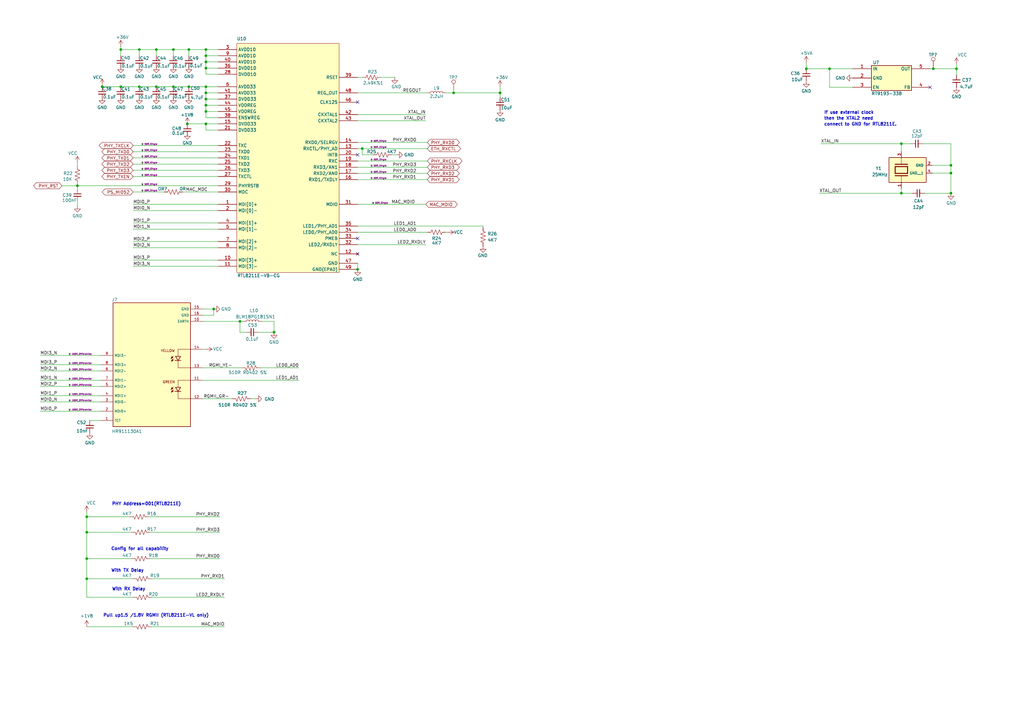
<source format=kicad_sch>
(kicad_sch (version 20230121) (generator eeschema)
  (paper "A3")
  (junction (at 35.56 229.108))
  (junction (at 31.75 76.2))
  (junction (at 84.455 50.8))
  (junction (at 77.47 35.56))
  (junction (at 35.56 237.363))
  (junction (at 146.685 110.49))
  (junction (at 84.455 40.64))
  (junction (at 49.53 20.32))
  (junction (at 112.395 136.271))
  (junction (at 340.233 28.194))
  (junction (at 71.12 35.56))
  (junction (at 148.59 60.96))
  (junction (at 84.455 22.86))
  (junction (at 35.56 218.313))
  (junction (at 71.12 20.32))
  (junction (at 57.15 35.56))
  (junction (at 41.91 35.56))
  (junction (at 84.455 35.56))
  (junction (at 390.017 67.818))
  (junction (at 64.135 20.32))
  (junction (at 382.778 28.194))
  (junction (at 186.055 38.1))
  (junction (at 35.56 211.963))
  (junction (at 392.303 28.194))
  (junction (at 87.63 126.746))
  (junction (at 84.455 25.4))
  (junction (at 84.455 20.32))
  (junction (at 57.15 20.32))
  (junction (at 84.455 27.94))
  (junction (at 330.708 28.194))
  (junction (at 369.697 79.248))
  (junction (at 390.017 79.248))
  (junction (at 205.105 38.1))
  (junction (at 98.425 131.826))
  (junction (at 84.455 38.1))
  (junction (at 49.53 35.56))
  (junction (at 369.697 58.928))
  (junction (at 390.017 70.993))
  (junction (at 76.835 50.8))
  (junction (at 77.47 20.32))
  (junction (at 64.135 35.56))
  (junction (at 84.455 45.72))
  (junction (at 84.455 43.18))
  (no_connect (at 146.685 97.79))
  (no_connect (at 146.685 104.14))
  (no_connect (at 146.685 63.5))
  (no_connect (at 146.685 41.91))
  (no_connect (at 381.508 35.814))
  (wire (pts (xy 54.61 78.74) (xy 67.31 78.74)))
  (wire (pts (xy 71.12 20.32) (xy 71.12 22.86)))
  (wire (pts (xy 49.53 20.32) (xy 49.53 19.05)))
  (wire (pts (xy 57.15 20.32) (xy 64.135 20.32)))
  (wire (pts (xy 84.455 25.4) (xy 89.535 25.4)))
  (wire (pts (xy 54.61 64.77) (xy 89.535 64.77)))
  (wire (pts (xy 35.56 237.363) (xy 54.61 237.363)))
  (wire (pts (xy 84.455 40.64) (xy 84.455 38.1)))
  (wire (pts (xy 49.53 35.56) (xy 57.15 35.56)))
  (wire (pts (xy 99.695 131.826) (xy 98.425 131.826)))
  (wire (pts (xy 112.395 131.826) (xy 112.395 136.271)))
  (wire (pts (xy 71.12 40.005) (xy 71.12 40.64)))
  (wire (pts (xy 392.303 26.289) (xy 392.303 28.194)))
  (wire (pts (xy 84.455 38.1) (xy 89.535 38.1)))
  (wire (pts (xy 146.685 107.95) (xy 146.685 110.49)))
  (wire (pts (xy 84.455 143.256) (xy 83.185 143.256)))
  (wire (pts (xy 41.275 172.466) (xy 36.83 172.466)))
  (wire (pts (xy 390.017 58.928) (xy 390.017 67.818)))
  (wire (pts (xy 64.135 20.32) (xy 64.135 22.86)))
  (wire (pts (xy 31.75 75.565) (xy 31.75 76.2)))
  (wire (pts (xy 369.697 58.928) (xy 369.697 62.103)))
  (wire (pts (xy 49.53 20.32) (xy 57.15 20.32)))
  (wire (pts (xy 349.758 35.814) (xy 340.233 35.814)))
  (wire (pts (xy 54.61 86.36) (xy 89.535 86.36)))
  (wire (pts (xy 64.135 27.305) (xy 64.135 27.94)))
  (wire (pts (xy 31.75 66.675) (xy 31.75 67.945)))
  (wire (pts (xy 64.135 40.005) (xy 64.135 40.64)))
  (wire (pts (xy 54.61 101.6) (xy 89.535 101.6)))
  (wire (pts (xy 84.455 43.18) (xy 84.455 45.72)))
  (wire (pts (xy 146.685 31.75) (xy 148.59 31.75)))
  (wire (pts (xy 84.455 35.56) (xy 89.535 35.56)))
  (wire (pts (xy 98.425 131.826) (xy 98.425 136.271)))
  (wire (pts (xy 146.685 73.66) (xy 175.26 73.66)))
  (wire (pts (xy 35.56 244.983) (xy 35.56 237.363)))
  (wire (pts (xy 54.61 72.39) (xy 89.535 72.39)))
  (wire (pts (xy 77.47 27.305) (xy 77.47 27.94)))
  (wire (pts (xy 41.275 145.796) (xy 16.51 145.796)))
  (wire (pts (xy 146.685 66.04) (xy 175.26 66.04)))
  (wire (pts (xy 92.075 237.363) (xy 62.23 237.363)))
  (wire (pts (xy 382.397 70.993) (xy 390.017 70.993)))
  (wire (pts (xy 64.135 35.56) (xy 71.12 35.56)))
  (wire (pts (xy 89.535 53.34) (xy 84.455 53.34)))
  (wire (pts (xy 146.685 71.12) (xy 175.26 71.12)))
  (wire (pts (xy 84.455 20.32) (xy 84.455 22.86)))
  (wire (pts (xy 74.93 78.74) (xy 89.535 78.74)))
  (wire (pts (xy 340.233 28.194) (xy 349.758 28.194)))
  (wire (pts (xy 71.12 27.305) (xy 71.12 27.94)))
  (wire (pts (xy 186.055 36.83) (xy 186.055 38.1)))
  (wire (pts (xy 146.685 49.53) (xy 174.625 49.53)))
  (wire (pts (xy 112.395 131.826) (xy 107.315 131.826)))
  (wire (pts (xy 84.455 43.18) (xy 89.535 43.18)))
  (wire (pts (xy 84.455 45.72) (xy 84.455 48.26)))
  (wire (pts (xy 87.63 126.746) (xy 87.63 129.286)))
  (wire (pts (xy 84.455 40.64) (xy 84.455 43.18)))
  (wire (pts (xy 77.47 35.56) (xy 84.455 35.56)))
  (wire (pts (xy 35.56 211.963) (xy 35.56 218.313)))
  (wire (pts (xy 57.15 27.305) (xy 57.15 27.94)))
  (wire (pts (xy 71.12 20.32) (xy 77.47 20.32)))
  (wire (pts (xy 90.17 211.963) (xy 60.96 211.963)))
  (wire (pts (xy 183.515 95.25) (xy 182.88 95.25)))
  (wire (pts (xy 84.455 27.94) (xy 89.535 27.94)))
  (wire (pts (xy 382.397 67.818) (xy 390.017 67.818)))
  (wire (pts (xy 54.61 257.048) (xy 35.56 257.048)))
  (wire (pts (xy 146.685 92.71) (xy 198.12 92.71)))
  (wire (pts (xy 53.975 229.108) (xy 35.56 229.108)))
  (wire (pts (xy 84.455 22.86) (xy 89.535 22.86)))
  (wire (pts (xy 41.91 35.56) (xy 41.91 34.925)))
  (wire (pts (xy 76.835 54.61) (xy 76.835 55.88)))
  (wire (pts (xy 49.53 40.005) (xy 49.53 40.64)))
  (wire (pts (xy 205.105 35.56) (xy 205.105 38.1)))
  (wire (pts (xy 122.555 150.876) (xy 106.68 150.876)))
  (wire (pts (xy 31.75 76.2) (xy 31.75 77.47)))
  (wire (pts (xy 146.685 83.82) (xy 174.625 83.82)))
  (wire (pts (xy 77.47 20.32) (xy 84.455 20.32)))
  (wire (pts (xy 41.275 158.496) (xy 16.51 158.496)))
  (wire (pts (xy 146.685 95.25) (xy 175.26 95.25)))
  (wire (pts (xy 369.697 79.248) (xy 336.042 79.248)))
  (wire (pts (xy 71.12 35.56) (xy 77.47 35.56)))
  (wire (pts (xy 54.61 99.06) (xy 89.535 99.06)))
  (wire (pts (xy 146.685 60.96) (xy 148.59 60.96)))
  (wire (pts (xy 146.685 100.33) (xy 174.625 100.33)))
  (wire (pts (xy 162.56 63.5) (xy 160.655 63.5)))
  (wire (pts (xy 390.017 70.993) (xy 390.017 79.248)))
  (wire (pts (xy 392.303 28.194) (xy 392.303 30.734)))
  (wire (pts (xy 146.685 46.99) (xy 174.625 46.99)))
  (wire (pts (xy 122.555 155.956) (xy 83.185 155.956)))
  (wire (pts (xy 90.17 229.108) (xy 61.595 229.108)))
  (wire (pts (xy 340.233 28.194) (xy 330.708 28.194)))
  (wire (pts (xy 369.697 77.343) (xy 369.697 79.248)))
  (wire (pts (xy 381.508 28.194) (xy 382.778 28.194)))
  (wire (pts (xy 84.455 53.34) (xy 84.455 50.8)))
  (wire (pts (xy 182.88 38.1) (xy 186.055 38.1)))
  (wire (pts (xy 146.685 68.58) (xy 175.26 68.58)))
  (wire (pts (xy 41.275 149.606) (xy 16.51 149.606)))
  (wire (pts (xy 83.185 131.826) (xy 98.425 131.826)))
  (wire (pts (xy 53.34 211.963) (xy 35.56 211.963)))
  (wire (pts (xy 186.055 38.1) (xy 205.105 38.1)))
  (wire (pts (xy 76.835 50.8) (xy 84.455 50.8)))
  (wire (pts (xy 148.59 60.96) (xy 175.26 60.96)))
  (wire (pts (xy 340.233 35.814) (xy 340.233 28.194)))
  (wire (pts (xy 92.075 244.983) (xy 62.23 244.983)))
  (wire (pts (xy 84.455 50.8) (xy 89.535 50.8)))
  (wire (pts (xy 54.61 93.98) (xy 89.535 93.98)))
  (wire (pts (xy 53.975 218.313) (xy 35.56 218.313)))
  (wire (pts (xy 31.75 76.2) (xy 25.4 76.2)))
  (wire (pts (xy 31.75 84.455) (xy 31.75 82.55)))
  (wire (pts (xy 390.017 67.818) (xy 390.017 70.993)))
  (wire (pts (xy 205.105 38.1) (xy 205.105 40.005)))
  (wire (pts (xy 84.455 45.72) (xy 89.535 45.72)))
  (wire (pts (xy 390.017 79.248) (xy 379.222 79.248)))
  (wire (pts (xy 382.778 28.194) (xy 392.303 28.194)))
  (wire (pts (xy 54.61 67.31) (xy 89.535 67.31)))
  (wire (pts (xy 49.53 27.305) (xy 49.53 27.94)))
  (wire (pts (xy 54.61 83.82) (xy 89.535 83.82)))
  (wire (pts (xy 54.61 91.44) (xy 89.535 91.44)))
  (wire (pts (xy 84.455 22.86) (xy 84.455 25.4)))
  (wire (pts (xy 104.775 163.576) (xy 102.87 163.576)))
  (wire (pts (xy 84.455 27.94) (xy 84.455 30.48)))
  (wire (pts (xy 84.455 40.64) (xy 89.535 40.64)))
  (wire (pts (xy 84.455 48.26) (xy 89.535 48.26)))
  (wire (pts (xy 100.965 136.271) (xy 98.425 136.271)))
  (wire (pts (xy 112.395 136.271) (xy 106.045 136.271)))
  (wire (pts (xy 41.275 168.656) (xy 16.51 168.656)))
  (wire (pts (xy 54.61 62.23) (xy 89.535 62.23)))
  (wire (pts (xy 54.61 69.85) (xy 89.535 69.85)))
  (wire (pts (xy 99.06 150.876) (xy 83.185 150.876)))
  (wire (pts (xy 148.59 63.5) (xy 148.59 60.96)))
  (wire (pts (xy 198.12 92.71) (xy 198.12 93.345)))
  (wire (pts (xy 87.63 129.286) (xy 83.185 129.286)))
  (wire (pts (xy 146.685 38.1) (xy 175.26 38.1)))
  (wire (pts (xy 54.61 106.68) (xy 89.535 106.68)))
  (wire (pts (xy 92.075 257.048) (xy 62.23 257.048)))
  (wire (pts (xy 41.275 164.846) (xy 16.51 164.846)))
  (wire (pts (xy 84.455 20.32) (xy 89.535 20.32)))
  (wire (pts (xy 390.017 58.928) (xy 378.587 58.928)))
  (wire (pts (xy 41.91 40.005) (xy 41.91 40.64)))
  (wire (pts (xy 54.61 244.983) (xy 35.56 244.983)))
  (wire (pts (xy 330.708 25.654) (xy 330.708 28.194)))
  (wire (pts (xy 41.275 155.956) (xy 16.51 155.956)))
  (wire (pts (xy 31.75 76.2) (xy 89.535 76.2)))
  (wire (pts (xy 374.142 79.248) (xy 369.697 79.248)))
  (wire (pts (xy 54.61 109.22) (xy 89.535 109.22)))
  (wire (pts (xy 95.25 163.576) (xy 83.185 163.576)))
  (wire (pts (xy 161.925 31.75) (xy 156.21 31.75)))
  (wire (pts (xy 369.697 58.928) (xy 336.677 58.928)))
  (wire (pts (xy 64.135 20.32) (xy 71.12 20.32)))
  (wire (pts (xy 84.455 30.48) (xy 89.535 30.48)))
  (wire (pts (xy 373.507 58.928) (xy 369.697 58.928)))
  (wire (pts (xy 382.778 27.559) (xy 382.778 28.194)))
  (wire (pts (xy 146.685 58.42) (xy 175.26 58.42)))
  (wire (pts (xy 77.47 40.64) (xy 77.47 40.005)))
  (wire (pts (xy 54.61 59.69) (xy 89.535 59.69)))
  (wire (pts (xy 83.185 126.746) (xy 87.63 126.746)))
  (wire (pts (xy 35.56 218.313) (xy 35.56 229.108)))
  (wire (pts (xy 57.15 20.32) (xy 57.15 22.86)))
  (wire (pts (xy 35.56 229.108) (xy 35.56 237.363)))
  (wire (pts (xy 35.56 210.058) (xy 35.56 211.963)))
  (wire (pts (xy 77.47 20.32) (xy 77.47 22.86)))
  (wire (pts (xy 90.17 218.313) (xy 61.595 218.313)))
  (wire (pts (xy 41.275 162.306) (xy 16.51 162.306)))
  (wire (pts (xy 153.035 63.5) (xy 148.59 63.5)))
  (wire (pts (xy 57.15 35.56) (xy 64.135 35.56)))
  (wire (pts (xy 57.15 40.005) (xy 57.15 40.64)))
  (wire (pts (xy 84.455 35.56) (xy 84.455 38.1)))
  (wire (pts (xy 49.53 20.32) (xy 49.53 22.86)))
  (wire (pts (xy 84.455 25.4) (xy 84.455 27.94)))
  (wire (pts (xy 41.275 152.146) (xy 16.51 152.146)))
  (wire (pts (xy 41.91 35.56) (xy 49.53 35.56)))
  (text "then the XTAL2 need" (at 337.947 49.403 0) (effects (font (size 1.27 1.27) bold) (justify left bottom)))
  (text "PHY Address=001(RTL8211E)" (at 74.295 207.518 0) (effects (font (size 1.27 1.27) bold) (justify right bottom)))
  (text "With RX Delay" (at 59.69 242.443 0) (effects (font (size 1.27 1.27) bold) (justify right bottom)))
  (text "Pull up1.5 /1.8V RGMII (RTL8211E-VL only)" (at 85.725 253.238 0) (effects (font (size 1.27 1.27) bold) (justify right bottom)))
  (text "connect to GND for RTL8211E." (at 337.947 51.816 0) (effects (font (size 1.27 1.27) bold) (justify left bottom)))
  (text "If use external clock " (at 337.947 46.99 0) (effects (font (size 1.27 1.27) bold) (justify left bottom)))
  (text "Config for all capability" (at 69.215 225.933 0) (effects (font (size 1.27 1.27) bold) (justify right bottom)))
  (text "With TX Delay" (at 59.055 234.823 0) (effects (font (size 1.27 1.27) bold) (justify right bottom)))
  (label "MAC_MDIO" (at 92.075 257.048 180))
  (label "MDI3_P" (at 54.61 106.68 0))
  (label "LED1_AD1" (at 170.815 92.71 180))
  (label "XTAL_OUT" (at 174.625 49.53 180))
  (label "MDI0_P" (at 16.51 168.656 0))
  (label "LED0_AD0" (at 170.815 95.25 180))
  (label "XTAL_OUT" (at 336.042 79.248 0))
  (label "MDI2_P" (at 54.61 99.06 0))
  (label "LED2_RXDLY" (at 92.075 244.983 180))
  (label "MDI0_N" (at 16.51 164.846 0))
  (label "XTAL_IN" (at 336.677 58.928 0))
  (label "RGMI_YE-" (at 95.25 150.876 180))
  (label "LED2_RXDLY" (at 174.625 100.33 180))
  (label "MAC_MDIO" (at 170.18 83.82 180))
  (label "RGMII_GR-" (at 93.98 163.576 180))
  (label "MDI1_P" (at 54.61 91.44 0))
  (label "LED0_AD0" (at 122.555 150.876 180))
  (label "PHY_RXD0" (at 170.815 58.42 180))
  (label "PHY_RXD3" (at 90.17 218.313 180))
  (label "REGOUT" (at 172.72 38.1 180))
  (label "MDI2_N" (at 54.61 101.6 0))
  (label "MDI3_N" (at 54.61 109.22 0))
  (label "PHY_RXD1" (at 92.075 237.363 180))
  (label "XTAL_IN" (at 174.625 46.99 180))
  (label "MDI3_P" (at 16.51 149.606 0))
  (label "MDI1_N" (at 54.61 93.98 0))
  (label "MDI1_N" (at 16.51 155.956 0))
  (label "PHY_RXD0" (at 90.17 229.108 180))
  (label "MDI0_P" (at 54.61 83.82 0))
  (label "MDI2_N" (at 16.51 152.146 0))
  (label "MDI3_N" (at 16.51 145.796 0))
  (label "MDI1_P" (at 16.51 162.306 0))
  (label "PHY_RXD2" (at 90.17 211.963 180))
  (label "MDI0_N" (at 54.61 86.36 0))
  (label "PHY_RXD1" (at 170.815 73.66 180))
  (label "PHY_RXD3" (at 170.815 68.58 180))
  (label "PHY_RXD2" (at 170.815 71.12 180))
  (label "LED1_AD1" (at 122.555 155.956 180))
  (label "MDI2_P" (at 16.51 158.496 0))
  (label "MAC_MDC" (at 76.2 78.74 0))
  (global_label "MAC_MDIO" (shape bidirectional) (at 174.625 83.82 0) (property "Intersheetrefs" "${INTERSHEET_REFS}" (effects hide)))
  (global_label "PHY_TXD2" (shape bidirectional) (at 54.61 67.31 180) (property "Intersheetrefs" "${INTERSHEET_REFS}" (effects hide)))
  (global_label "PHY_TXCLK" (shape bidirectional) (at 54.61 59.69 180) (property "Intersheetrefs" "${INTERSHEET_REFS}" (effects hide)))
  (global_label "PHY_TXEN" (shape bidirectional) (at 54.61 72.39 180) (property "Intersheetrefs" "${INTERSHEET_REFS}" (effects hide)))
  (global_label "PHY_TXD1" (shape bidirectional) (at 54.61 64.77 180) (property "Intersheetrefs" "${INTERSHEET_REFS}" (effects hide)))
  (global_label "ETH_RXCTL" (shape bidirectional) (at 175.26 60.96 0) (property "Intersheetrefs" "${INTERSHEET_REFS}" (effects hide)))
  (global_label "PHY_RXD3" (shape bidirectional) (at 175.26 68.58 0) (property "Intersheetrefs" "${INTERSHEET_REFS}" (effects hide)))
  (global_label "PHY_RST" (shape bidirectional) (at 25.4 76.2 180) (property "Intersheetrefs" "${INTERSHEET_REFS}" (effects hide)))
  (global_label "PHY_RXCLK" (shape bidirectional) (at 175.26 66.04 0) (property "Intersheetrefs" "${INTERSHEET_REFS}" (effects hide)))
  (global_label "PHY_RXD2" (shape bidirectional) (at 175.26 71.12 0) (property "Intersheetrefs" "${INTERSHEET_REFS}" (effects hide)))
  (global_label "PHY_RXD1" (shape bidirectional) (at 175.26 73.66 0) (property "Intersheetrefs" "${INTERSHEET_REFS}" (effects hide)))
  (global_label "PHY_TXD3" (shape bidirectional) (at 54.61 69.85 180) (property "Intersheetrefs" "${INTERSHEET_REFS}" (effects hide)))
  (global_label "PHY_RXD0" (shape bidirectional) (at 175.26 58.42 0) (property "Intersheetrefs" "${INTERSHEET_REFS}" (effects hide)))
  (global_label "PHY_TXD0" (shape bidirectional) (at 54.61 62.23 180) (property "Intersheetrefs" "${INTERSHEET_REFS}" (effects hide)))
  (global_label "PS_MI052" (shape bidirectional) (at 54.61 78.74 180) (property "Intersheetrefs" "${INTERSHEET_REFS}" (effects hide)))
  (netclass_flag "" (length 0.635) (shape dot) (at 28.575 168.656 0) (property "Netclass" "100R_Differential" (at 29.2735 168.021 0) (effects (font (size 0.635 0.635) italic) (justify left))))
  (netclass_flag "" (length 0.635) (shape dot) (at 28.575 164.846 0) (property "Netclass" "100R_Differential" (at 29.2735 164.211 0) (effects (font (size 0.635 0.635) italic) (justify left))))
  (netclass_flag "" (length 0.635) (shape dot) (at 28.575 145.796 0) (property "Netclass" "100R_Differential" (at 29.2735 145.161 0) (effects (font (size 0.635 0.635) italic) (justify left))))
  (netclass_flag "" (length 0.635) (shape dot) (at 152.4 73.66 0) (property "Netclass" "50R_Single" (at 153.0985 73.025 0) (effects (font (size 0.635 0.635) italic) (justify left))))
  (netclass_flag "" (length 0.635) (shape dot) (at 152.4 68.58 0) (property "Netclass" "50R_Single" (at 153.0985 67.945 0) (effects (font (size 0.635 0.635) italic) (justify left))))
  (netclass_flag "" (length 0.635) (shape dot) (at 152.4 71.12 0) (property "Netclass" "50R_Single" (at 153.0985 70.485 0) (effects (font (size 0.635 0.635) italic) (justify left))))
  (netclass_flag "" (length 0.635) (shape dot) (at 58.42 76.2 0) (property "Netclass" "50R_Single" (at 59.1185 75.565 0) (effects (font (size 0.635 0.635) italic) (justify left))))
  (netclass_flag "" (length 0.635) (shape dot) (at 28.575 158.496 0) (property "Netclass" "100R_Differential" (at 29.2735 157.861 0) (effects (font (size 0.635 0.635) italic) (justify left))))
  (netclass_flag "" (length 0.635) (shape dot) (at 58.42 59.69 0) (property "Netclass" "50R_Single" (at 59.1185 59.055 0) (effects (font (size 0.635 0.635) italic) (justify left))))
  (netclass_flag "" (length 0.635) (shape dot) (at 28.575 162.306 0) (property "Netclass" "100R_Differential" (at 29.2735 161.671 0) (effects (font (size 0.635 0.635) italic) (justify left))))
  (netclass_flag "" (length 0.635) (shape dot) (at 153.035 83.82 0) (property "Netclass" "50R_Single" (at 153.7335 83.185 0) (effects (font (size 0.635 0.635) italic) (justify left))))
  (netclass_flag "" (length 0.635) (shape dot) (at 28.575 155.956 0) (property "Netclass" "100R_Differential" (at 29.2735 155.321 0) (effects (font (size 0.635 0.635) italic) (justify left))))
  (netclass_flag "" (length 0.635) (shape dot) (at 152.4 58.42 0) (property "Netclass" "50R_Single" (at 153.0985 57.785 0) (effects (font (size 0.635 0.635) italic) (justify left))))
  (netclass_flag "" (length 0.635) (shape dot) (at 58.42 78.74 0) (property "Netclass" "50R_Single" (at 59.1185 78.105 0) (effects (font (size 0.635 0.635) italic) (justify left))))
  (netclass_flag "" (length 0.635) (shape dot) (at 58.42 69.85 0) (property "Netclass" "50R_Single" (at 59.1185 69.215 0) (effects (font (size 0.635 0.635) italic) (justify left))))
  (netclass_flag "" (length 0.635) (shape dot) (at 58.42 62.23 0) (property "Netclass" "50R_Single" (at 59.1185 61.595 0) (effects (font (size 0.635 0.635) italic) (justify left))))
  (netclass_flag "" (length 0.635) (shape dot) (at 58.42 72.39 0) (property "Netclass" "50R_Single" (at 59.1185 71.755 0) (effects (font (size 0.635 0.635) italic) (justify left))))
  (netclass_flag "" (length 0.635) (shape dot) (at 58.42 67.31 0) (property "Netclass" "50R_Single" (at 59.1185 66.675 0) (effects (font (size 0.635 0.635) italic) (justify left))))
  (netclass_flag "" (length 0.635) (shape dot) (at 152.4 60.96 0) (property "Netclass" "50R_Single" (at 153.0985 60.325 0) (effects (font (size 0.635 0.635) italic) (justify left))))
  (netclass_flag "" (length 0.635) (shape dot) (at 28.575 149.606 0) (property "Netclass" "100R_Differential" (at 29.2735 148.971 0) (effects (font (size 0.635 0.635) italic) (justify left))))
  (netclass_flag "" (length 0.635) (shape dot) (at 28.575 152.146 0) (property "Netclass" "100R_Differential" (at 29.2735 151.511 0) (effects (font (size 0.635 0.635) italic) (justify left))))
  (netclass_flag "" (length 0.635) (shape dot) (at 58.42 64.77 0) (property "Netclass" "50R_Single" (at 59.1185 64.135 0) (effects (font (size 0.635 0.635) italic) (justify left))))
  (netclass_flag "" (length 0.635) (shape dot) (at 152.4 66.04 0) (property "Netclass" "50R_Single" (at 153.0985 65.405 0) (effects (font (size 0.635 0.635) italic) (justify left))))
  (symbol (lib_name "GND_1") (lib_id "power:GND") (at 64.135 27.305 0) (unit 1)
    (property "Reference" "#PWR?" (effects hide))
    (property "Value" "GND" (at 64.135 31.369 0))
    (instances (project "IO-SDR_Rev_1.0" (path "" (reference "#PWR?") (unit 1)) (path "" (reference "#PWR?") (unit 1)) (path "" (reference "#PWR0102") (unit 1)) (path "" (reference "#PWR0613") (unit 1))))
  )
  (symbol (lib_id "Device:R_US") (at 99.06 163.576 90) (mirror x) (unit 1)
    (property "Reference" "R27" (at 99.314 161.29 90))
    (property "Value" "510R R0402 5%" (at 97.409 166.116 90))
    (property "Footprint" "Resistor_SMD:R_0402_1005Metric_Pad0.72x0.64mm_HandSolder" (effects hide))
    (instances (project "IO-SDR_Rev_1.0" (path "" (reference "R27") (unit 1)) (path "" (reference "R608") (unit 1))))
  )
  (symbol (lib_name "GND_1") (lib_id "power:GND") (at 77.47 27.305 0) (unit 1)
    (property "Reference" "#PWR?" (effects hide))
    (property "Value" "GND" (at 77.47 31.369 0))
    (instances (project "IO-SDR_Rev_1.0" (path "" (reference "#PWR?") (unit 1)) (path "" (reference "#PWR?") (unit 1)) (path "" (reference "#PWR0108") (unit 1)) (path "" (reference "#PWR0619") (unit 1))))
  )
  (symbol (lib_name "GND_2") (lib_id "power:GND") (at 392.303 35.814 0) (unit 1)
    (property "Reference" "#PWR092" (effects hide))
    (property "Value" "GND" (at 394.335 39.624 0) (effects (justify right)))
    (instances (project "IO-SDR_Rev_1.0" (path "" (reference "#PWR092") (unit 1)) (path "" (reference "#PWR0637") (unit 1))))
  )
  (symbol (lib_id "Device:C_Small") (at 376.047 58.928 90) (unit 1)
    (property "Reference" "CA3" (at 377.952 53.848 90) (effects (justify left)))
    (property "Value" "12pF" (at 378.587 55.753 90) (effects (justify left)))
    (property "Footprint" "Capacitor_SMD:C_0402_1005Metric_Pad0.74x0.62mm_HandSolder" (effects hide))
    (instances (project "IO-SDR_Rev_1.0" (path "" (reference "CA3") (unit 1)) (path "" (reference "CA601") (unit 1))))
  )
  (symbol (lib_id "Device:C_Small") (at 71.12 25.4 0) (unit 1)
    (property "Reference" "C46" (at 71.247 23.876 0) (effects (justify left)))
    (property "Value" "0.1uF" (at 71.374 27.051 0) (effects (justify left)))
    (property "Footprint" "Capacitor_SMD:C_0402_1005Metric_Pad0.74x0.62mm_HandSolder" (effects hide))
    (instances (project "IO-SDR_Rev_1.0" (path "" (reference "C46") (unit 1)) (path "" (reference "C610") (unit 1))))
  )
  (symbol (lib_id "power:+36V") (at 49.53 19.05 0) (unit 1)
    (property "Reference" "#PWR097" (effects hide))
    (property "Value" "VDD10_EPHY" (at 50.165 15.24 0))
    (instances (project "IO-SDR_Rev_1.0" (path "" (reference "#PWR097") (unit 1)) (path "" (reference "#PWR0608") (unit 1))))
  )
  (symbol (lib_name "GND_1") (lib_id "power:GND") (at 49.53 27.305 0) (unit 1)
    (property "Reference" "#PWR?" (effects hide))
    (property "Value" "GND" (at 49.53 31.369 0))
    (instances (project "IO-SDR_Rev_1.0" (path "" (reference "#PWR?") (unit 1)) (path "" (reference "#PWR?") (unit 1)) (path "" (reference "#PWR098") (unit 1)) (path "" (reference "#PWR0609") (unit 1))))
  )
  (symbol (lib_id "PLUTOX_SDR SCH LIB:RT9193-33GB") (at 389.128 32.004 0) (mirror y) (unit 1)
    (property "Reference" "U?" (at 359.283 25.654 0))
    (property "Value" "RT9193-33B" (at 363.728 38.354 0))
    (property "Footprint" "Libraries:RT9193-33B" (effects hide))
    (instances (project "IO-SDR_Rev_1.0" (path "" (reference "U?") (unit 1)) (path "" (reference "U9") (unit 1)) (path "" (reference "U602") (unit 1))))
  )
  (symbol (lib_name "+1V8_3") (lib_id "power:+1V8") (at 76.835 50.8 0) (unit 1)
    (property "Reference" "#PWR?" (effects hide))
    (property "Value" "VCC1V8" (at 76.708 47.117 0))
    (instances (project "IO-SDR_Rev_1.0" (path "" (reference "#PWR?") (unit 1)) (path "" (reference "#PWR047") (unit 1)) (path "" (reference "#PWR0106") (unit 1)) (path "" (reference "#PWR0617") (unit 1))))
  )
  (symbol (lib_id "Device:C_Small") (at 31.75 80.01 0) (unit 1)
    (property "Reference" "C39" (at 25.5529 80.0468 0) (effects (justify left)))
    (property "Value" "100nF" (at 25.4801 82.1583 0) (effects (justify left)))
    (property "Footprint" "Capacitor_SMD:C_0402_1005Metric_Pad0.74x0.62mm_HandSolder" (effects hide))
    (instances (project "IO-SDR_Rev_1.0" (path "" (reference "C39") (unit 1)) (path "" (reference "C601") (unit 1))))
  )
  (symbol (lib_id "PLUTOX_SDR SCH LIB:RTL8211E-VB-CG") (at 71.755 78.74 0) (unit 1)
    (property "Reference" "U10" (at 99.06 15.875 0))
    (property "Value" "RTL8211E-VB-CG" (at 106.045 113.03 0))
    (property "Footprint" "Libraries:RTL8211E-VB-CG" (effects hide))
    (instances (project "IO-SDR_Rev_1.0" (path "" (reference "U10") (unit 1)) (path "" (reference "U601") (unit 1))))
  )
  (symbol (lib_id "Device:C_Small") (at 392.303 33.274 0) (unit 1)
    (property "Reference" "C37" (at 394.5151 32.8451 0) (effects (justify left)))
    (property "Value" "4.7uF" (at 393.6414 35.5633 0) (effects (justify left)))
    (property "Footprint" "Capacitor_SMD:C_0603_1608Metric_Pad1.08x0.95mm_HandSolder" (effects hide))
    (instances (project "IO-SDR_Rev_1.0" (path "" (reference "C37") (unit 1)) (path "" (reference "C618") (unit 1))))
  )
  (symbol (lib_name "GND_1") (lib_id "power:GND") (at 64.135 40.005 0) (unit 1)
    (property "Reference" "#PWR?" (effects hide))
    (property "Value" "GND" (at 64.135 44.069 0))
    (instances (project "IO-SDR_Rev_1.0" (path "" (reference "#PWR?") (unit 1)) (path "" (reference "#PWR?") (unit 1)) (path "" (reference "#PWR0103") (unit 1)) (path "" (reference "#PWR0614") (unit 1))))
  )
  (symbol (lib_id "Device:C_Small") (at 376.682 79.248 90) (unit 1)
    (property "Reference" "CA4" (at 378.587 82.423 90) (effects (justify left)))
    (property "Value" "12pF" (at 379.222 84.963 90) (effects (justify left)))
    (property "Footprint" "Capacitor_SMD:C_0402_1005Metric_Pad0.74x0.62mm_HandSolder" (effects hide))
    (instances (project "IO-SDR_Rev_1.0" (path "" (reference "CA4") (unit 1)) (path "" (reference "CA602") (unit 1))))
  )
  (symbol (lib_name "GND_1") (lib_id "power:GND") (at 87.63 126.746 90) (mirror x) (unit 1)
    (property "Reference" "#PWR?" (effects hide))
    (property "Value" "GND" (at 92.71 126.746 90))
    (instances (project "IO-SDR_Rev_1.0" (path "" (reference "#PWR?") (unit 1)) (path "" (reference "#PWR?") (unit 1)) (path "" (reference "#PWR0119") (unit 1)) (path "" (reference "#PWR0622") (unit 1))))
  )
  (symbol (lib_id "power:VCC") (at 31.75 66.675 0) (unit 1)
    (property "Reference" "#PWR095" (effects hide))
    (property "Value" "VCC_LAN" (at 27.94 62.865 0) (effects (justify left)))
    (instances (project "IO-SDR_Rev_1.0" (path "" (reference "#PWR095") (unit 1)) (path "" (reference "#PWR0601") (unit 1))))
  )
  (symbol (lib_id "PLUTOX_SDR SCH LIB:HR911130A") (at 42.545 120.396 0) (mirror x) (unit 1)
    (property "Reference" "J7" (at 46.99 122.936 0))
    (property "Value" "HR911130A1" (at 52.07 176.911 0))
    (property "Footprint" "Libraries:HR911130A_HAN" (effects hide))
    (instances (project "IO-SDR_Rev_1.0" (path "" (reference "J7") (unit 1)) (path "" (reference "J601") (unit 1))))
  )
  (symbol (lib_id "power:VCC") (at 84.455 143.256 270) (mirror x) (unit 1)
    (property "Reference" "#PWR0118" (effects hide))
    (property "Value" "VCC_LAN" (at 87.376 143.129 90) (effects (justify left)))
    (instances (project "IO-SDR_Rev_1.0" (path "" (reference "#PWR0118") (unit 1)) (path "" (reference "#PWR0621") (unit 1))))
  )
  (symbol (lib_name "GND_1") (lib_id "power:GND") (at 146.685 110.49 0) (unit 1)
    (property "Reference" "#PWR?" (effects hide))
    (property "Value" "GND" (at 146.685 114.554 0))
    (instances (project "IO-SDR_Rev_1.0" (path "" (reference "#PWR?") (unit 1)) (path "" (reference "#PWR?") (unit 1)) (path "" (reference "#PWR0110") (unit 1)) (path "" (reference "#PWR0625") (unit 1))))
  )
  (symbol (lib_id "Device:C_Small") (at 77.47 25.4 0) (unit 1)
    (property "Reference" "C49" (at 77.597 23.876 0) (effects (justify left)))
    (property "Value" "0.1uF" (at 77.724 26.924 0) (effects (justify left)))
    (property "Footprint" "Capacitor_SMD:C_0402_1005Metric_Pad0.74x0.62mm_HandSolder" (effects hide))
    (instances (project "IO-SDR_Rev_1.0" (path "" (reference "C49") (unit 1)) (path "" (reference "C613") (unit 1))))
  )
  (symbol (lib_id "Device:C_Small") (at 71.12 38.1 0) (unit 1)
    (property "Reference" "C47" (at 71.247 36.576 0) (effects (justify left)))
    (property "Value" "0.1uF" (at 71.374 39.624 0) (effects (justify left)))
    (property "Footprint" "Capacitor_SMD:C_0402_1005Metric_Pad0.74x0.62mm_HandSolder" (effects hide))
    (instances (project "IO-SDR_Rev_1.0" (path "" (reference "C47") (unit 1)) (path "" (reference "C611") (unit 1))))
  )
  (symbol (lib_id "Device:R_US") (at 152.4 31.75 270) (unit 1)
    (property "Reference" "R23" (at 150.749 29.464 90) (effects (justify left)))
    (property "Value" "2.49K%1" (at 148.844 34.036 90) (effects (justify left)))
    (property "Footprint" "Resistor_SMD:R_0402_1005Metric_Pad0.72x0.64mm_HandSolder" (effects hide))
    (instances (project "IO-SDR_Rev_1.0" (path "" (reference "R23") (unit 1)) (path "" (reference "R610") (unit 1))))
  )
  (symbol (lib_id "Device:R_US") (at 102.87 150.876 90) (mirror x) (unit 1)
    (property "Reference" "R28" (at 102.87 148.971 90))
    (property "Value" "510R R0402 5%" (at 101.6 152.781 90))
    (property "Footprint" "Resistor_SMD:R_0402_1005Metric_Pad0.72x0.64mm_HandSolder" (effects hide))
    (instances (project "IO-SDR_Rev_1.0" (path "" (reference "R28") (unit 1)) (path "" (reference "R609") (unit 1))))
  )
  (symbol (lib_name "+5VA_4") (lib_id "power:+5VA") (at 330.708 25.654 0) (mirror y) (unit 1)
    (property "Reference" "#PWR?" (effects hide))
    (property "Value" "+5V IN" (at 330.708 21.844 0))
    (instances (project "IO-SDR_Rev_1.0" (path "" (reference "#PWR?") (unit 1)) (path "" (reference "#PWR012") (unit 1)) (path "" (reference "#PWR084") (unit 1)) (path "" (reference "#PWR0632") (unit 1))))
  )
  (symbol (lib_id "Device:R_US") (at 58.42 244.983 90) (mirror x) (unit 1)
    (property "Reference" "R20" (at 62.865 243.713 90))
    (property "Value" "4K7" (at 52.07 243.713 90))
    (property "Footprint" "Resistor_SMD:R_0402_1005Metric_Pad0.72x0.64mm_HandSolder" (effects hide))
    (instances (project "IO-SDR_Rev_1.0" (path "" (reference "R20") (unit 1)) (path "" (reference "R606") (unit 1))))
  )
  (symbol (lib_id "Device:C_Small") (at 57.15 38.1 0) (unit 1)
    (property "Reference" "C43" (at 57.277 36.576 0) (effects (justify left)))
    (property "Value" "0.1uF" (at 57.404 39.751 0) (effects (justify left)))
    (property "Footprint" "Capacitor_SMD:C_0402_1005Metric_Pad0.74x0.62mm_HandSolder" (effects hide))
    (instances (project "IO-SDR_Rev_1.0" (path "" (reference "C43") (unit 1)) (path "" (reference "C607") (unit 1))))
  )
  (symbol (lib_name "GND_1") (lib_id "power:GND") (at 71.12 40.005 0) (unit 1)
    (property "Reference" "#PWR?" (effects hide))
    (property "Value" "GND" (at 71.12 44.069 0))
    (instances (project "IO-SDR_Rev_1.0" (path "" (reference "#PWR?") (unit 1)) (path "" (reference "#PWR?") (unit 1)) (path "" (reference "#PWR0105") (unit 1)) (path "" (reference "#PWR0616") (unit 1))))
  )
  (symbol (lib_name "GND_1") (lib_id "power:GND") (at 41.91 40.005 0) (unit 1)
    (property "Reference" "#PWR?" (effects hide))
    (property "Value" "GND" (at 41.91 44.069 0))
    (instances (project "IO-SDR_Rev_1.0" (path "" (reference "#PWR?") (unit 1)) (path "" (reference "#PWR?") (unit 1)) (path "" (reference "#PWR094") (unit 1)) (path "" (reference "#PWR0607") (unit 1))))
  )
  (symbol (lib_id "Device:R_US") (at 31.75 71.755 180) (unit 1)
    (property "Reference" "R22" (at 29.845 71.12 0) (effects (justify left)))
    (property "Value" "10K" (at 29.6302 73.506 0) (effects (justify left)))
    (property "Footprint" "Resistor_SMD:R_0402_1005Metric_Pad0.72x0.64mm_HandSolder" (effects hide))
    (instances (project "IO-SDR_Rev_1.0" (path "" (reference "R22") (unit 1)) (path "" (reference "R601") (unit 1))))
  )
  (symbol (lib_id "Device:L") (at 179.07 38.1 90) (unit 1)
    (property "Reference" "L9" (at 179.07 36.195 90))
    (property "Value" "2.2uH" (at 179.07 39.497 90))
    (property "Footprint" "Inductor_SMD:L_0603_1608Metric_Pad1.05x0.95mm_HandSolder" (effects hide))
    (instances (project "IO-SDR_Rev_1.0" (path "" (reference "L9") (unit 1)) (path "" (reference "L602") (unit 1))))
  )
  (symbol (lib_name "GND_1") (lib_id "power:GND") (at 161.925 31.75 0) (unit 1)
    (property "Reference" "#PWR?" (effects hide))
    (property "Value" "GND" (at 162.56 35.56 0))
    (instances (project "IO-SDR_Rev_1.0" (path "" (reference "#PWR?") (unit 1)) (path "" (reference "#PWR?") (unit 1)) (path "" (reference "#PWR0111") (unit 1)) (path "" (reference "#PWR0626") (unit 1))))
  )
  (symbol (lib_name "GND_1") (lib_id "power:GND") (at 112.395 136.271 0) (mirror y) (unit 1)
    (property "Reference" "#PWR?" (effects hide))
    (property "Value" "GND" (at 112.395 140.335 0))
    (instances (project "IO-SDR_Rev_1.0" (path "" (reference "#PWR?") (unit 1)) (path "" (reference "#PWR?") (unit 1)) (path "" (reference "#PWR0122") (unit 1)) (path "" (reference "#PWR0624") (unit 1))))
  )
  (symbol (lib_name "+1V8_2") (lib_id "power:+1V8") (at 35.56 257.048 0) (mirror y) (unit 1)
    (property "Reference" "#PWR?" (effects hide))
    (property "Value" "VCC1V8" (at 35.56 252.603 0))
    (instances (project "IO-SDR_Rev_1.0" (path "" (reference "#PWR?") (unit 1)) (path "" (reference "#PWR?") (unit 1)) (path "" (reference "#PWR087") (unit 1)) (path "" (reference "#PWR0604") (unit 1))))
  )
  (symbol (lib_id "Device:C_Small") (at 64.135 38.1 0) (unit 1)
    (property "Reference" "C45" (at 64.262 36.576 0) (effects (justify left)))
    (property "Value" "0.1uF" (at 64.389 39.751 0) (effects (justify left)))
    (property "Footprint" "Capacitor_SMD:C_0402_1005Metric_Pad0.74x0.62mm_HandSolder" (effects hide))
    (instances (project "IO-SDR_Rev_1.0" (path "" (reference "C45") (unit 1)) (path "" (reference "C609") (unit 1))))
  )
  (symbol (lib_name "GND_1") (lib_id "power:GND") (at 57.15 40.005 0) (unit 1)
    (property "Reference" "#PWR?" (effects hide))
    (property "Value" "GND" (at 57.15 44.069 0))
    (instances (project "IO-SDR_Rev_1.0" (path "" (reference "#PWR?") (unit 1)) (path "" (reference "#PWR?") (unit 1)) (path "" (reference "#PWR0101") (unit 1)) (path "" (reference "#PWR0612") (unit 1))))
  )
  (symbol (lib_id "Device:R_US") (at 57.15 211.963 90) (mirror x) (unit 1)
    (property "Reference" "R16" (at 62.23 210.693 90))
    (property "Value" "4K7" (at 52.07 210.693 90))
    (property "Footprint" "Resistor_SMD:R_0402_1005Metric_Pad0.72x0.64mm_HandSolder" (effects hide))
    (instances (project "IO-SDR_Rev_1.0" (path "" (reference "R16") (unit 1)) (path "" (reference "R602") (unit 1))))
  )
  (symbol (lib_id "Device:C_Small") (at 49.53 25.4 0) (unit 1)
    (property "Reference" "C40" (at 49.53 23.749 0) (effects (justify left)))
    (property "Value" "0.1uF" (at 49.784 27.051 0) (effects (justify left)))
    (property "Footprint" "Capacitor_SMD:C_0402_1005Metric_Pad0.74x0.62mm_HandSolder" (effects hide))
    (instances (project "IO-SDR_Rev_1.0" (path "" (reference "C40") (unit 1)) (path "" (reference "C604") (unit 1))))
  )
  (symbol (lib_id "Device:R_US") (at 198.12 97.155 180) (unit 1)
    (property "Reference" "R26" (at 201.93 95.885 0))
    (property "Value" "4K7" (at 201.93 98.425 0))
    (property "Footprint" "Resistor_SMD:R_0402_1005Metric_Pad0.72x0.64mm_HandSolder" (effects hide))
    (instances (project "IO-SDR_Rev_1.0" (path "" (reference "R26") (unit 1)) (path "" (reference "R613") (unit 1))))
  )
  (symbol (lib_id "Device:C_Small") (at 330.708 30.734 0) (mirror y) (unit 1)
    (property "Reference" "C36" (at 328.168 30.099 0) (effects (justify left)))
    (property "Value" "10uF" (at 329.438 32.639 0) (effects (justify left)))
    (property "Footprint" "Capacitor_SMD:C_0603_1608Metric" (effects hide))
    (instances (project "IO-SDR_Rev_1.0" (path "" (reference "C36") (unit 1)) (path "" (reference "C617") (unit 1))))
  )
  (symbol (lib_name "GND_1") (lib_id "power:GND") (at 76.835 54.61 0) (unit 1)
    (property "Reference" "#PWR?" (effects hide))
    (property "Value" "GND" (at 76.835 58.674 0))
    (instances (project "IO-SDR_Rev_1.0" (path "" (reference "#PWR?") (unit 1)) (path "" (reference "#PWR?") (unit 1)) (path "" (reference "#PWR0107") (unit 1)) (path "" (reference "#PWR0618") (unit 1))))
  )
  (symbol (lib_id "Device:L") (at 103.505 131.826 270) (mirror x) (unit 1)
    (property "Reference" "L10" (at 104.14 127.381 90))
    (property "Value" "BLM18PG181SN1" (at 104.775 129.921 90))
    (property "Footprint" "Inductor_SMD:L_0603_1608Metric_Pad1.05x0.95mm_HandSolder" (effects hide))
    (instances (project "IO-SDR_Rev_1.0" (path "" (reference "L10") (unit 1)) (path "" (reference "L601") (unit 1))))
  )
  (symbol (lib_id "Device:C_Small") (at 205.105 42.545 0) (unit 1)
    (property "Reference" "C51" (at 205.359 40.894 0) (effects (justify left)))
    (property "Value" "10uF" (at 205.359 44.196 0) (effects (justify left)))
    (property "Footprint" "Capacitor_SMD:C_0805_2012Metric_Pad1.18x1.45mm_HandSolder" (effects hide))
    (instances (project "IO-SDR_Rev_1.0" (path "" (reference "C51") (unit 1)) (path "" (reference "C616") (unit 1))))
  )
  (symbol (lib_name "GND_1") (lib_id "power:GND") (at 330.708 33.274 0) (mirror y) (unit 1)
    (property "Reference" "#PWR?" (effects hide))
    (property "Value" "GND" (at 330.708 37.338 0))
    (instances (project "IO-SDR_Rev_1.0" (path "" (reference "#PWR?") (unit 1)) (path "" (reference "#PWR?") (unit 1)) (path "" (reference "#PWR089") (unit 1)) (path "" (reference "#PWR0633") (unit 1))))
  )
  (symbol (lib_id "Device:R_US") (at 179.07 95.25 270) (unit 1)
    (property "Reference" "R24" (at 179.07 97.79 90))
    (property "Value" "4K7" (at 179.07 99.695 90))
    (property "Footprint" "Resistor_SMD:R_0402_1005Metric_Pad0.72x0.64mm_HandSolder" (effects hide))
    (instances (project "IO-SDR_Rev_1.0" (path "" (reference "R24") (unit 1)) (path "" (reference "R612") (unit 1))))
  )
  (symbol (lib_id "Device:R_US") (at 58.42 257.048 90) (mirror x) (unit 1)
    (property "Reference" "R21" (at 63.5 255.778 90))
    (property "Value" "1K5" (at 52.705 255.778 90))
    (property "Footprint" "Resistor_SMD:R_0402_1005Metric_Pad0.72x0.64mm_HandSolder" (effects hide))
    (instances (project "IO-SDR_Rev_1.0" (path "" (reference "R21") (unit 1)) (path "" (reference "R607") (unit 1))))
  )
  (symbol (lib_id "Device:C_Small") (at 41.91 38.1 0) (unit 1)
    (property "Reference" "C38" (at 41.91 36.449 0) (effects (justify left)))
    (property "Value" "0.1uF" (at 42.164 39.751 0) (effects (justify left)))
    (property "Footprint" "Capacitor_SMD:C_0402_1005Metric_Pad0.74x0.62mm_HandSolder" (effects hide))
    (instances (project "IO-SDR_Rev_1.0" (path "" (reference "C38") (unit 1)) (path "" (reference "C603") (unit 1))))
  )
  (symbol (lib_name "TSX-3225_25.0000MF10P-C0_1") (lib_id "TSX-3225_25.0000MF10P-C0:TSX-3225_25.0000MF10P-C0") (at 369.697 69.723 90) (unit 1)
    (property "Reference" "Y1" (at 359.0828 69.0308 90) (effects (justify right)))
    (property "Value" "25MHz" (at 357.632 71.628 90) (effects (justify right)))
    (property "Footprint" "Libraries:XTAL_TSX-3225_25.0000MF10P-C0" (effects hide))
    (property "PARTREV" "N/A" (effects hide))
    (property "STANDARD" "Manufacturer Recommendations" (effects hide))
    (property "MAXIMUM_PACKAGE_HEIGHT" "0.6 mm" (effects hide))
    (property "MANUFACTURER" "EPSON" (effects hide))
    (property "MPN" "TSX-3225_25.0000MF10P-C0" (effects hide))
    (instances (project "IO-SDR_Rev_1.0" (path "" (reference "Y1") (unit 1)) (path "" (reference "Y601") (unit 1))))
  )
  (symbol (lib_id "power:VCC") (at 35.56 210.058 0) (mirror y) (unit 1)
    (property "Reference" "#PWR086" (effects hide))
    (property "Value" "VCC_LAN" (at 39.37 206.248 0) (effects (justify left)))
    (instances (project "IO-SDR_Rev_1.0" (path "" (reference "#PWR086") (unit 1)) (path "" (reference "#PWR0603") (unit 1))))
  )
  (symbol (lib_id "Device:C_Small") (at 76.835 53.34 0) (unit 1)
    (property "Reference" "C48" (at 70.485 52.705 0) (effects (justify left)))
    (property "Value" "0.1uF" (at 70.485 54.61 0) (effects (justify left)))
    (property "Footprint" "Capacitor_SMD:C_0402_1005Metric_Pad0.74x0.62mm_HandSolder" (effects hide))
    (instances (project "IO-SDR_Rev_1.0" (path "" (reference "C48") (unit 1)) (path "" (reference "C612") (unit 1))))
  )
  (symbol (lib_name "GND_1") (lib_id "power:GND") (at 349.758 32.004 270) (mirror x) (unit 1)
    (property "Reference" "#PWR?" (effects hide))
    (property "Value" "GND" (at 344.678 32.004 90))
    (instances (project "IO-SDR_Rev_1.0" (path "" (reference "#PWR?") (unit 1)) (path "" (reference "#PWR?") (unit 1)) (path "" (reference "#PWR090") (unit 1)) (path "" (reference "#PWR0634") (unit 1))))
  )
  (symbol (lib_name "GND_2") (lib_id "power:GND") (at 198.12 100.965 0) (unit 1)
    (property "Reference" "#PWR0116" (effects hide))
    (property "Value" "GND" (at 200.025 104.775 0) (effects (justify right)))
    (instances (project "IO-SDR_Rev_1.0" (path "" (reference "#PWR0116") (unit 1)) (path "" (reference "#PWR0629") (unit 1))))
  )
  (symbol (lib_name "GND_1") (lib_id "power:GND") (at 77.47 40.005 0) (unit 1)
    (property "Reference" "#PWR?" (effects hide))
    (property "Value" "GND" (at 77.47 44.069 0))
    (instances (project "IO-SDR_Rev_1.0" (path "" (reference "#PWR?") (unit 1)) (path "" (reference "#PWR?") (unit 1)) (path "" (reference "#PWR0109") (unit 1)) (path "" (reference "#PWR0620") (unit 1))))
  )
  (symbol (lib_id "Device:R_US") (at 57.785 229.108 90) (mirror x) (unit 1)
    (property "Reference" "R18" (at 62.865 227.838 90))
    (property "Value" "4K7" (at 52.07 227.838 90))
    (property "Footprint" "Resistor_SMD:R_0402_1005Metric_Pad0.72x0.64mm_HandSolder" (effects hide))
    (instances (project "IO-SDR_Rev_1.0" (path "" (reference "R18") (unit 1)) (path "" (reference "R604") (unit 1))))
  )
  (symbol (lib_name "GND_1") (lib_id "power:GND") (at 104.775 163.576 90) (mirror x) (unit 1)
    (property "Reference" "#PWR?" (effects hide))
    (property "Value" "GND" (at 110.49 163.703 90))
    (instances (project "IO-SDR_Rev_1.0" (path "" (reference "#PWR?") (unit 1)) (path "" (reference "#PWR?") (unit 1)) (path "" (reference "#PWR0121") (unit 1)) (path "" (reference "#PWR0623") (unit 1))))
  )
  (symbol (lib_name "GND_1") (lib_id "power:GND") (at 390.017 79.248 0) (unit 1)
    (property "Reference" "#PWR?" (effects hide))
    (property "Value" "GND" (at 390.144 83.312 0))
    (instances (project "IO-SDR_Rev_1.0" (path "" (reference "#PWR?") (unit 1)) (path "" (reference "#PWR?") (unit 1)) (path "" (reference "#PWR0120") (unit 1)) (path "" (reference "#PWR0635") (unit 1))))
  )
  (symbol (lib_id "Device:C_Small") (at 64.135 25.4 0) (unit 1)
    (property "Reference" "C44" (at 64.262 23.876 0) (effects (justify left)))
    (property "Value" "0.1uF" (at 64.389 27.051 0) (effects (justify left)))
    (property "Footprint" "Capacitor_SMD:C_0402_1005Metric_Pad0.74x0.62mm_HandSolder" (effects hide))
    (instances (project "IO-SDR_Rev_1.0" (path "" (reference "C44") (unit 1)) (path "" (reference "C608") (unit 1))))
  )
  (symbol (lib_id "power:VCC") (at 392.303 26.289 0) (mirror y) (unit 1)
    (property "Reference" "#PWR091" (effects hide))
    (property "Value" "VCC_LAN" (at 396.621 22.479 0) (effects (justify left)))
    (instances (project "IO-SDR_Rev_1.0" (path "" (reference "#PWR091") (unit 1)) (path "" (reference "#PWR0636") (unit 1))))
  )
  (symbol (lib_id "Connector:TestPoint") (at 186.055 36.83 0) (unit 1)
    (property "Reference" "TP?" (at 184.15 31.75 0) (effects (justify left)))
    (property "Value" "TestPoint" (effects hide))
    (property "Footprint" "TestPoint:TestPoint_Pad_D1.0mm" (effects hide))
    (instances (project "IO-SDR_Rev_1.0" (path "" (reference "TP?") (unit 1)) (path "" (reference "TP14") (unit 1)) (path "" (reference "TP601") (unit 1))))
  )
  (symbol (lib_id "power:+36V") (at 205.105 35.56 0) (unit 1)
    (property "Reference" "#PWR0113" (effects hide))
    (property "Value" "VDD10_EPHY" (at 205.74 31.75 0))
    (instances (project "IO-SDR_Rev_1.0" (path "" (reference "#PWR0113") (unit 1)) (path "" (reference "#PWR0630") (unit 1))))
  )
  (symbol (lib_id "Device:C_Small") (at 77.47 38.1 0) (unit 1)
    (property "Reference" "C50" (at 78.105 36.195 0) (effects (justify left)))
    (property "Value" "4.7uF" (at 78.105 40.005 0) (effects (justify left)))
    (property "Footprint" "Capacitor_SMD:C_0603_1608Metric_Pad1.08x0.95mm_HandSolder" (effects hide))
    (instances (project "IO-SDR_Rev_1.0" (path "" (reference "C50") (unit 1)) (path "" (reference "C614") (unit 1))))
  )
  (symbol (lib_id "Connector:TestPoint") (at 382.778 27.559 0) (unit 1)
    (property "Reference" "TP?" (at 380.873 22.479 0) (effects (justify left)))
    (property "Value" "TestPoint" (effects hide))
    (property "Footprint" "TestPoint:TestPoint_Pad_D1.0mm" (effects hide))
    (instances (project "IO-SDR_Rev_1.0" (path "" (reference "TP?") (unit 1)) (path "" (reference "TP13") (unit 1)) (path "" (reference "TP602") (unit 1))))
  )
  (symbol (lib_id "Device:C_Small") (at 49.53 38.1 0) (unit 1)
    (property "Reference" "C41" (at 49.657 36.576 0) (effects (justify left)))
    (property "Value" "0.1uF" (at 49.784 39.751 0) (effects (justify left)))
    (property "Footprint" "Capacitor_SMD:C_0402_1005Metric_Pad0.74x0.62mm_HandSolder" (effects hide))
    (instances (project "IO-SDR_Rev_1.0" (path "" (reference "C41") (unit 1)) (path "" (reference "C605") (unit 1))))
  )
  (symbol (lib_name "GND_1") (lib_id "power:GND") (at 71.12 27.305 0) (unit 1)
    (property "Reference" "#PWR?" (effects hide))
    (property "Value" "GND" (at 71.12 31.369 0))
    (instances (project "IO-SDR_Rev_1.0" (path "" (reference "#PWR?") (unit 1)) (path "" (reference "#PWR?") (unit 1)) (path "" (reference "#PWR0104") (unit 1)) (path "" (reference "#PWR0615") (unit 1))))
  )
  (symbol (lib_name "GND_1") (lib_id "power:GND") (at 49.53 40.005 0) (unit 1)
    (property "Reference" "#PWR?" (effects hide))
    (property "Value" "GND" (at 49.53 44.069 0))
    (instances (project "IO-SDR_Rev_1.0" (path "" (reference "#PWR?") (unit 1)) (path "" (reference "#PWR?") (unit 1)) (path "" (reference "#PWR099") (unit 1)) (path "" (reference "#PWR0610") (unit 1))))
  )
  (symbol (lib_name "GND_1") (lib_id "power:GND") (at 36.83 177.546 0) (mirror y) (unit 1)
    (property "Reference" "#PWR?" (effects hide))
    (property "Value" "GND" (at 36.83 181.61 0))
    (instances (project "IO-SDR_Rev_1.0" (path "" (reference "#PWR?") (unit 1)) (path "" (reference "#PWR?") (unit 1)) (path "" (reference "#PWR0117") (unit 1)) (path "" (reference "#PWR0605") (unit 1))))
  )
  (symbol (lib_name "GND_2") (lib_id "power:GND") (at 162.56 63.5 90) (unit 1)
    (property "Reference" "#PWR0115" (effects hide))
    (property "Value" "GND" (at 165.735 63.5 90) (effects (justify right)))
    (instances (project "IO-SDR_Rev_1.0" (path "" (reference "#PWR0115") (unit 1)) (path "" (reference "#PWR0627") (unit 1))))
  )
  (symbol (lib_id "Device:R_US") (at 58.42 237.363 90) (mirror x) (unit 1)
    (property "Reference" "R19" (at 63.5 236.093 90))
    (property "Value" "4K7" (at 52.07 236.093 90))
    (property "Footprint" "Resistor_SMD:R_0402_1005Metric_Pad0.72x0.64mm_HandSolder" (effects hide))
    (instances (project "IO-SDR_Rev_1.0" (path "" (reference "R19") (unit 1)) (path "" (reference "R605") (unit 1))))
  )
  (symbol (lib_id "Device:R_US") (at 71.12 78.74 270) (unit 1)
    (property "Reference" "OR?" (at 66.675 77.47 90))
    (property "Value" "0R" (at 74.93 77.47 90))
    (property "Footprint" "Resistor_SMD:R_0603_1608Metric_Pad0.98x0.95mm_HandSolder" (effects hide))
    (instances (project "IO-SDR_Rev_1.0" (path "" (reference "OR?") (unit 1)) (path "" (reference "RA5") (unit 1)) (path "" (reference "RA5") (unit 1)) (path "" (reference "RA601") (unit 1))))
  )
  (symbol (lib_id "power:VCC") (at 183.515 95.25 270) (unit 1)
    (property "Reference" "#PWR0112" (effects hide))
    (property "Value" "VCC_LAN" (at 186.055 95.25 90) (effects (justify left)))
    (instances (project "IO-SDR_Rev_1.0" (path "" (reference "#PWR0112") (unit 1)) (path "" (reference "#PWR0628") (unit 1))))
  )
  (symbol (lib_id "Device:C_Small") (at 36.83 175.006 0) (mirror x) (unit 1)
    (property "Reference" "C52" (at 31.4683 173.2917 0) (effects (justify left)))
    (property "Value" "10nF" (at 31.3093 176.7572 0) (effects (justify left)))
    (property "Footprint" "Capacitor_SMD:C_0402_1005Metric_Pad0.74x0.62mm_HandSolder" (effects hide))
    (instances (project "IO-SDR_Rev_1.0" (path "" (reference "C52") (unit 1)) (path "" (reference "C602") (unit 1))))
  )
  (symbol (lib_id "Device:R_US") (at 156.845 63.5 270) (unit 1)
    (property "Reference" "R25" (at 152.4 62.23 90))
    (property "Value" "4K7" (at 160.655 62.23 90))
    (property "Footprint" "Resistor_SMD:R_0402_1005Metric_Pad0.72x0.64mm_HandSolder" (effects hide))
    (instances (project "IO-SDR_Rev_1.0" (path "" (reference "R25") (unit 1)) (path "" (reference "R611") (unit 1))))
  )
  (symbol (lib_id "Device:C_Small") (at 57.15 25.4 0) (unit 1)
    (property "Reference" "C42" (at 57.277 23.876 0) (effects (justify left)))
    (property "Value" "0.1uF" (at 57.404 27.051 0) (effects (justify left)))
    (property "Footprint" "Capacitor_SMD:C_0402_1005Metric_Pad0.74x0.62mm_HandSolder" (effects hide))
    (instances (project "IO-SDR_Rev_1.0" (path "" (reference "C42") (unit 1)) (path "" (reference "C606") (unit 1))))
  )
  (symbol (lib_id "power:VCC") (at 41.91 34.925 0) (unit 1)
    (property "Reference" "#PWR093" (effects hide))
    (property "Value" "VCC_LAN" (at 38.1 31.75 0) (effects (justify left)))
    (instances (project "IO-SDR_Rev_1.0" (path "" (reference "#PWR093") (unit 1)) (path "" (reference "#PWR0606") (unit 1))))
  )
  (symbol (lib_name "GND_1") (lib_id "power:GND") (at 31.75 84.455 0) (unit 1)
    (property "Reference" "#PWR?" (effects hide))
    (property "Value" "GND" (at 31.75 88.519 0))
    (instances (project "IO-SDR_Rev_1.0" (path "" (reference "#PWR?") (unit 1)) (path "" (reference "#PWR?") (unit 1)) (path "" (reference "#PWR096") (unit 1)) (path "" (reference "#PWR0602") (unit 1))))
  )
  (symbol (lib_name "GND_1") (lib_id "power:GND") (at 205.105 45.085 0) (unit 1)
    (property "Reference" "#PWR?" (effects hide))
    (property "Value" "GND" (at 205.105 49.149 0))
    (instances (project "IO-SDR_Rev_1.0" (path "" (reference "#PWR?") (unit 1)) (path "" (reference "#PWR?") (unit 1)) (path "" (reference "#PWR0114") (unit 1)) (path "" (reference "#PWR0631") (unit 1))))
  )
  (symbol (lib_name "GND_1") (lib_id "power:GND") (at 57.15 27.305 0) (unit 1)
    (property "Reference" "#PWR?" (effects hide))
    (property "Value" "GND" (at 57.15 31.369 0))
    (instances (project "IO-SDR_Rev_1.0" (path "" (reference "#PWR?") (unit 1)) (path "" (reference "#PWR?") (unit 1)) (path "" (reference "#PWR0100") (unit 1)) (path "" (reference "#PWR0611") (unit 1))))
  )
  (symbol (lib_id "Device:C_Small") (at 103.505 136.271 270) (mirror x) (unit 1)
    (property "Reference" "C53" (at 101.6 133.35 90) (effects (justify left)))
    (property "Value" "0.1uF" (at 100.711 139.065 90) (effects (justify left)))
    (property "Footprint" "Capacitor_SMD:C_0805_2012Metric_Pad1.18x1.45mm_HandSolder" (effects hide))
    (instances (project "IO-SDR_Rev_1.0" (path "" (reference "C53") (unit 1)) (path "" (reference "C615") (unit 1))))
  )
  (symbol (lib_id "Device:R_US") (at 57.785 218.313 90) (mirror x) (unit 1)
    (property "Reference" "R17" (at 62.23 217.043 90))
    (property "Value" "4K7" (at 52.07 217.043 90))
    (property "Footprint" "Resistor_SMD:R_0402_1005Metric_Pad0.72x0.64mm_HandSolder" (effects hide))
    (instances (project "IO-SDR_Rev_1.0" (path "" (reference "R17") (unit 1)) (path "" (reference "R603") (unit 1))))
  )
)
</source>
